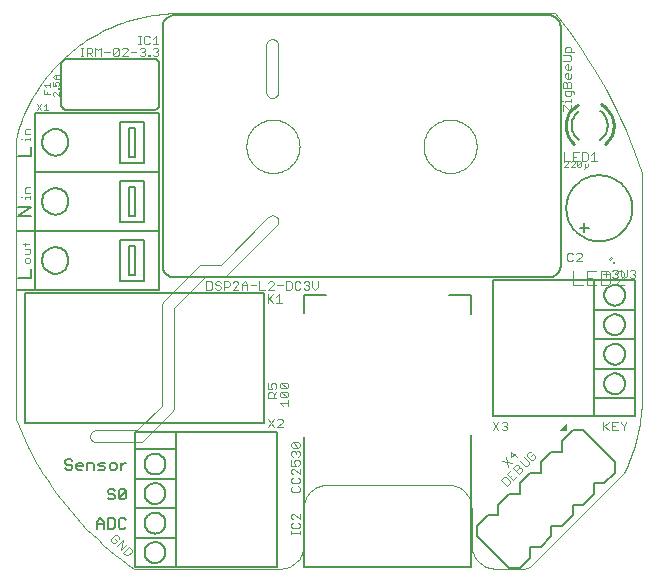
<source format=gto>
G75*
%MOIN*%
%OFA0B0*%
%FSLAX24Y24*%
%IPPOS*%
%LPD*%
%AMOC8*
5,1,8,0,0,1.08239X$1,22.5*
%
%ADD10C,0.0060*%
%ADD11C,0.0040*%
%ADD12C,0.0050*%
%ADD13C,0.0000*%
%ADD14C,0.0030*%
%ADD15C,0.0004*%
%ADD16C,0.0100*%
%ADD17C,0.0025*%
%ADD18C,0.0098*%
D10*
X000267Y009597D02*
X000867Y009597D01*
X000737Y010007D02*
X000737Y010300D01*
X000737Y010007D02*
X000296Y010007D01*
X000267Y011557D02*
X000867Y011557D01*
X000737Y012057D02*
X000296Y012057D01*
X000737Y012350D01*
X000296Y012350D01*
X000296Y014057D02*
X000737Y014057D01*
X000737Y014350D01*
X015602Y001733D02*
X015602Y001380D01*
X016663Y000319D01*
X017016Y000319D01*
X017370Y000673D01*
X017370Y001026D01*
X017724Y001026D01*
X018077Y001380D01*
X018077Y001733D01*
X018431Y001733D01*
X018784Y002087D01*
X018784Y002441D01*
X019138Y002441D01*
X019491Y002794D01*
X019491Y003148D01*
X019845Y003148D01*
X020198Y003501D01*
X020198Y003855D01*
X019138Y004915D01*
X018784Y004915D01*
X018431Y004562D01*
X018431Y004208D01*
X018077Y004208D01*
X017724Y003855D01*
X017724Y003501D01*
X017370Y003501D01*
X017016Y003148D01*
X017016Y002794D01*
X016663Y002794D01*
X016309Y002441D01*
X016309Y002087D01*
X015956Y002087D01*
X015602Y001733D01*
X019172Y011515D02*
X019172Y011665D01*
X019322Y011665D01*
X019172Y011665D02*
X019172Y011815D01*
X019172Y011665D02*
X019022Y011665D01*
X018572Y012315D02*
X018574Y012381D01*
X018580Y012446D01*
X018590Y012511D01*
X018603Y012576D01*
X018621Y012639D01*
X018642Y012702D01*
X018667Y012762D01*
X018696Y012822D01*
X018728Y012879D01*
X018763Y012935D01*
X018802Y012988D01*
X018844Y013039D01*
X018888Y013087D01*
X018936Y013132D01*
X018986Y013175D01*
X019039Y013214D01*
X019094Y013251D01*
X019151Y013284D01*
X019210Y013313D01*
X019270Y013339D01*
X019332Y013361D01*
X019395Y013380D01*
X019459Y013394D01*
X019524Y013405D01*
X019590Y013412D01*
X019656Y013415D01*
X019721Y013414D01*
X019787Y013409D01*
X019852Y013400D01*
X019917Y013387D01*
X019980Y013371D01*
X020043Y013351D01*
X020104Y013326D01*
X020164Y013299D01*
X020222Y013268D01*
X020278Y013233D01*
X020332Y013195D01*
X020383Y013154D01*
X020432Y013110D01*
X020478Y013063D01*
X020522Y013014D01*
X020562Y012962D01*
X020599Y012907D01*
X020633Y012851D01*
X020663Y012792D01*
X020690Y012732D01*
X020713Y012671D01*
X020732Y012608D01*
X020748Y012544D01*
X020760Y012479D01*
X020768Y012414D01*
X020772Y012348D01*
X020772Y012282D01*
X020768Y012216D01*
X020760Y012151D01*
X020748Y012086D01*
X020732Y012022D01*
X020713Y011959D01*
X020690Y011898D01*
X020663Y011838D01*
X020633Y011779D01*
X020599Y011723D01*
X020562Y011668D01*
X020522Y011616D01*
X020478Y011567D01*
X020432Y011520D01*
X020383Y011476D01*
X020332Y011435D01*
X020278Y011397D01*
X020222Y011362D01*
X020164Y011331D01*
X020104Y011304D01*
X020043Y011279D01*
X019980Y011259D01*
X019917Y011243D01*
X019852Y011230D01*
X019787Y011221D01*
X019721Y011216D01*
X019656Y011215D01*
X019590Y011218D01*
X019524Y011225D01*
X019459Y011236D01*
X019395Y011250D01*
X019332Y011269D01*
X019270Y011291D01*
X019210Y011317D01*
X019151Y011346D01*
X019094Y011379D01*
X019039Y011416D01*
X018986Y011455D01*
X018936Y011498D01*
X018888Y011543D01*
X018844Y011591D01*
X018802Y011642D01*
X018763Y011695D01*
X018728Y011751D01*
X018696Y011808D01*
X018667Y011868D01*
X018642Y011928D01*
X018621Y011991D01*
X018603Y012054D01*
X018590Y012119D01*
X018580Y012184D01*
X018574Y012249D01*
X018572Y012315D01*
X018751Y015071D02*
X018753Y015116D01*
X018758Y015162D01*
X018766Y015206D01*
X018778Y015250D01*
X018794Y015293D01*
X018812Y015335D01*
X018834Y015375D01*
X018858Y015413D01*
X018885Y015449D01*
X018915Y015484D01*
X018948Y015515D01*
X018983Y015545D01*
X019951Y015071D02*
X019949Y015024D01*
X019943Y014976D01*
X019934Y014930D01*
X019921Y014884D01*
X019905Y014840D01*
X019884Y014796D01*
X019861Y014755D01*
X019835Y014716D01*
X019805Y014679D01*
X019772Y014644D01*
X019737Y014612D01*
X019700Y014583D01*
X019951Y015071D02*
X019949Y015117D01*
X019944Y015163D01*
X019935Y015209D01*
X019923Y015254D01*
X019907Y015297D01*
X019888Y015339D01*
X019865Y015380D01*
X019840Y015419D01*
X019812Y015455D01*
X019781Y015490D01*
X019747Y015522D01*
X019711Y015551D01*
X018751Y015071D02*
X018753Y015026D01*
X018758Y014980D01*
X018766Y014936D01*
X018778Y014892D01*
X018794Y014849D01*
X018812Y014807D01*
X018834Y014767D01*
X018858Y014729D01*
X018885Y014693D01*
X018915Y014658D01*
X018948Y014627D01*
X018983Y014597D01*
D11*
X018728Y015556D02*
X018728Y015743D01*
X018728Y015851D02*
X018728Y015944D01*
X018728Y015898D02*
X018541Y015898D01*
X018541Y015851D01*
X018448Y015898D02*
X018401Y015898D01*
X018448Y015743D02*
X018494Y015743D01*
X018681Y015556D01*
X018728Y015556D01*
X018448Y015556D02*
X018448Y015743D01*
X018588Y016047D02*
X018681Y016047D01*
X018728Y016094D01*
X018728Y016234D01*
X018775Y016234D02*
X018541Y016234D01*
X018541Y016094D01*
X018588Y016047D01*
X018821Y016141D02*
X018821Y016187D01*
X018775Y016234D01*
X018728Y016342D02*
X018728Y016482D01*
X018681Y016529D01*
X018635Y016529D01*
X018588Y016482D01*
X018588Y016342D01*
X018728Y016342D02*
X018448Y016342D01*
X018448Y016482D01*
X018494Y016529D01*
X018541Y016529D01*
X018588Y016482D01*
X018588Y016637D02*
X018541Y016683D01*
X018541Y016777D01*
X018588Y016823D01*
X018635Y016823D01*
X018635Y016637D01*
X018681Y016637D02*
X018588Y016637D01*
X018681Y016637D02*
X018728Y016683D01*
X018728Y016777D01*
X018681Y016931D02*
X018588Y016931D01*
X018541Y016978D01*
X018541Y017071D01*
X018588Y017118D01*
X018635Y017118D01*
X018635Y016931D01*
X018681Y016931D02*
X018728Y016978D01*
X018728Y017071D01*
X018681Y017226D02*
X018448Y017226D01*
X018448Y017413D02*
X018681Y017413D01*
X018728Y017366D01*
X018728Y017273D01*
X018681Y017226D01*
X018728Y017521D02*
X018728Y017661D01*
X018681Y017707D01*
X018588Y017707D01*
X018541Y017661D01*
X018541Y017521D01*
X018821Y017521D01*
X018740Y010827D02*
X018646Y010827D01*
X018600Y010780D01*
X018600Y010594D01*
X018646Y010547D01*
X018740Y010547D01*
X018787Y010594D01*
X018894Y010547D02*
X019081Y010734D01*
X019081Y010780D01*
X019034Y010827D01*
X018941Y010827D01*
X018894Y010780D01*
X018787Y010780D02*
X018740Y010827D01*
X018894Y010547D02*
X019081Y010547D01*
X019267Y010225D02*
X019267Y009765D01*
X019574Y009765D01*
X019728Y009765D02*
X019958Y009765D01*
X020035Y009842D01*
X020035Y010148D01*
X019958Y010225D01*
X019728Y010225D01*
X019728Y009765D01*
X019899Y010025D02*
X019899Y010212D01*
X019805Y010118D02*
X019992Y010118D01*
X020100Y010025D02*
X020147Y009978D01*
X020240Y009978D01*
X020287Y010025D01*
X020287Y010072D01*
X020240Y010118D01*
X020194Y010118D01*
X020188Y010148D02*
X020265Y010225D01*
X020418Y010225D01*
X020495Y010148D01*
X020495Y010072D01*
X020188Y009765D01*
X020495Y009765D01*
X020488Y009978D02*
X020582Y010072D01*
X020582Y010259D01*
X020689Y010212D02*
X020736Y010259D01*
X020830Y010259D01*
X020876Y010212D01*
X020876Y010165D01*
X020830Y010118D01*
X020876Y010072D01*
X020876Y010025D01*
X020830Y009978D01*
X020736Y009978D01*
X020689Y010025D01*
X020783Y010118D02*
X020830Y010118D01*
X020488Y009978D02*
X020395Y010072D01*
X020395Y010259D01*
X020287Y010212D02*
X020240Y010259D01*
X020147Y010259D01*
X020100Y010212D01*
X020240Y010118D02*
X020287Y010165D01*
X020287Y010212D01*
X019574Y010225D02*
X019267Y010225D01*
X019267Y009995D02*
X019421Y009995D01*
X019114Y009765D02*
X018807Y009765D01*
X018807Y010225D01*
X019798Y005198D02*
X019798Y004918D01*
X019798Y005011D02*
X019985Y005198D01*
X020093Y005198D02*
X020093Y004918D01*
X020280Y004918D01*
X020187Y005058D02*
X020093Y005058D01*
X020093Y005198D02*
X020280Y005198D01*
X020388Y005198D02*
X020388Y005151D01*
X020481Y005058D01*
X020481Y004918D01*
X020481Y005058D02*
X020575Y005151D01*
X020575Y005198D01*
X019985Y004918D02*
X019845Y005058D01*
X017524Y004056D02*
X017458Y004122D01*
X017392Y004056D01*
X017260Y004056D02*
X017392Y003924D01*
X017458Y003924D01*
X017524Y003990D01*
X017524Y004056D01*
X017392Y004188D02*
X017326Y004188D01*
X017260Y004122D01*
X017260Y004056D01*
X017151Y004013D02*
X017316Y003848D01*
X017316Y003782D01*
X017250Y003716D01*
X017184Y003716D01*
X017019Y003881D01*
X016976Y003772D02*
X017009Y003739D01*
X017009Y003672D01*
X016909Y003573D01*
X017009Y003474D02*
X016810Y003672D01*
X016909Y003772D01*
X016976Y003772D01*
X017009Y003672D02*
X017075Y003672D01*
X017108Y003639D01*
X017108Y003573D01*
X017009Y003474D01*
X016932Y003398D02*
X016800Y003266D01*
X016602Y003464D01*
X016734Y003596D01*
X016624Y003703D02*
X016558Y004033D01*
X016733Y004010D02*
X016733Y004208D01*
X016931Y004010D01*
X016865Y004142D02*
X016733Y004010D01*
X016756Y003835D02*
X016426Y003901D01*
X016767Y003431D02*
X016701Y003365D01*
X016691Y003223D02*
X016559Y003355D01*
X016493Y003355D01*
X016394Y003256D01*
X016592Y003058D01*
X016691Y003157D01*
X016691Y003223D01*
X016553Y004911D02*
X016460Y004911D01*
X016413Y004958D01*
X016306Y004911D02*
X016119Y005191D01*
X016306Y005191D02*
X016119Y004911D01*
X016413Y005145D02*
X016460Y005191D01*
X016553Y005191D01*
X016600Y005145D01*
X016600Y005098D01*
X016553Y005051D01*
X016600Y005005D01*
X016600Y004958D01*
X016553Y004911D01*
X016553Y005051D02*
X016507Y005051D01*
X010297Y009700D02*
X010297Y009887D01*
X010110Y009887D02*
X010110Y009700D01*
X010204Y009606D01*
X010297Y009700D01*
X010003Y009700D02*
X010003Y009653D01*
X009956Y009606D01*
X009862Y009606D01*
X009816Y009653D01*
X009708Y009653D02*
X009661Y009606D01*
X009568Y009606D01*
X009521Y009653D01*
X009521Y009840D01*
X009568Y009887D01*
X009661Y009887D01*
X009708Y009840D01*
X009816Y009840D02*
X009862Y009887D01*
X009956Y009887D01*
X010003Y009840D01*
X010003Y009793D01*
X009956Y009747D01*
X010003Y009700D01*
X009956Y009747D02*
X009909Y009747D01*
X009413Y009653D02*
X009413Y009840D01*
X009367Y009887D01*
X009226Y009887D01*
X009226Y009606D01*
X009367Y009606D01*
X009413Y009653D01*
X009119Y009747D02*
X008932Y009747D01*
X008824Y009793D02*
X008824Y009840D01*
X008777Y009887D01*
X008684Y009887D01*
X008637Y009840D01*
X008824Y009793D02*
X008637Y009606D01*
X008824Y009606D01*
X008799Y009455D02*
X008612Y009268D01*
X008658Y009315D02*
X008799Y009175D01*
X008906Y009175D02*
X009093Y009175D01*
X009000Y009175D02*
X009000Y009455D01*
X008906Y009362D01*
X008612Y009455D02*
X008612Y009175D01*
X008529Y009606D02*
X008342Y009606D01*
X008342Y009887D01*
X008235Y009747D02*
X008048Y009747D01*
X007940Y009747D02*
X007753Y009747D01*
X007753Y009793D02*
X007847Y009887D01*
X007940Y009793D01*
X007940Y009606D01*
X007753Y009606D02*
X007753Y009793D01*
X007645Y009793D02*
X007459Y009606D01*
X007645Y009606D01*
X007645Y009793D02*
X007645Y009840D01*
X007599Y009887D01*
X007505Y009887D01*
X007459Y009840D01*
X007351Y009840D02*
X007304Y009887D01*
X007164Y009887D01*
X007164Y009606D01*
X007164Y009700D02*
X007304Y009700D01*
X007351Y009747D01*
X007351Y009840D01*
X007056Y009840D02*
X007009Y009887D01*
X006916Y009887D01*
X006869Y009840D01*
X006869Y009793D01*
X006916Y009747D01*
X007009Y009747D01*
X007056Y009700D01*
X007056Y009653D01*
X007009Y009606D01*
X006916Y009606D01*
X006869Y009653D01*
X006761Y009653D02*
X006761Y009840D01*
X006715Y009887D01*
X006575Y009887D01*
X006575Y009606D01*
X006715Y009606D01*
X006761Y009653D01*
X008629Y006476D02*
X008629Y006289D01*
X008769Y006289D01*
X008722Y006383D01*
X008722Y006429D01*
X008769Y006476D01*
X008862Y006476D01*
X008909Y006429D01*
X008909Y006336D01*
X008862Y006289D01*
X008909Y006181D02*
X008815Y006088D01*
X008815Y006135D02*
X008815Y005994D01*
X008909Y005994D02*
X008629Y005994D01*
X008629Y006135D01*
X008675Y006181D01*
X008769Y006181D01*
X008815Y006135D01*
X009021Y006159D02*
X009021Y006066D01*
X009068Y006019D01*
X009255Y006019D01*
X009068Y006206D01*
X009255Y006206D01*
X009302Y006159D01*
X009302Y006066D01*
X009255Y006019D01*
X009302Y005911D02*
X009302Y005724D01*
X009302Y005818D02*
X009021Y005818D01*
X009115Y005724D01*
X009021Y006159D02*
X009068Y006206D01*
X009068Y006314D02*
X009021Y006360D01*
X009021Y006454D01*
X009068Y006500D01*
X009255Y006314D01*
X009302Y006360D01*
X009302Y006454D01*
X009255Y006500D01*
X009068Y006500D01*
X009068Y006314D02*
X009255Y006314D01*
X009071Y005294D02*
X008978Y005294D01*
X008931Y005247D01*
X008823Y005294D02*
X008637Y005014D01*
X008823Y005014D02*
X008637Y005294D01*
X008931Y005014D02*
X009118Y005201D01*
X009118Y005247D01*
X009071Y005294D01*
X009118Y005014D02*
X008931Y005014D01*
X009454Y004518D02*
X009641Y004331D01*
X009687Y004378D01*
X009687Y004472D01*
X009641Y004518D01*
X009454Y004518D01*
X009407Y004472D01*
X009407Y004378D01*
X009454Y004331D01*
X009641Y004331D01*
X009641Y004224D02*
X009687Y004177D01*
X009687Y004083D01*
X009641Y004037D01*
X009641Y003929D02*
X009547Y003929D01*
X009500Y003882D01*
X009500Y003836D01*
X009547Y003742D01*
X009407Y003742D01*
X009407Y003929D01*
X009454Y004037D02*
X009407Y004083D01*
X009407Y004177D01*
X009454Y004224D01*
X009500Y004224D01*
X009547Y004177D01*
X009594Y004224D01*
X009641Y004224D01*
X009547Y004177D02*
X009547Y004130D01*
X009641Y003929D02*
X009687Y003882D01*
X009687Y003789D01*
X009641Y003742D01*
X009687Y003634D02*
X009687Y003447D01*
X009500Y003634D01*
X009454Y003634D01*
X009407Y003588D01*
X009407Y003494D01*
X009454Y003447D01*
X009454Y003340D02*
X009407Y003293D01*
X009407Y003200D01*
X009454Y003153D01*
X009641Y003153D01*
X009687Y003200D01*
X009687Y003293D01*
X009641Y003340D01*
X009641Y003045D02*
X009687Y002998D01*
X009687Y002905D01*
X009641Y002858D01*
X009454Y002858D01*
X009407Y002905D01*
X009407Y002998D01*
X009454Y003045D01*
X009454Y002131D02*
X009407Y002085D01*
X009407Y001991D01*
X009454Y001945D01*
X009454Y001837D02*
X009407Y001790D01*
X009407Y001697D01*
X009454Y001650D01*
X009641Y001650D01*
X009687Y001697D01*
X009687Y001790D01*
X009641Y001837D01*
X009687Y001945D02*
X009500Y002131D01*
X009454Y002131D01*
X009687Y002131D02*
X009687Y001945D01*
X009687Y001547D02*
X009687Y001453D01*
X009687Y001500D02*
X009407Y001500D01*
X009407Y001453D02*
X009407Y001547D01*
X004089Y000941D02*
X003990Y001040D01*
X003791Y000842D01*
X003890Y000743D01*
X003956Y000743D01*
X004089Y000875D01*
X004089Y000941D01*
X003913Y001117D02*
X003715Y000918D01*
X003781Y001249D01*
X003583Y001050D01*
X003540Y001160D02*
X003606Y001226D01*
X003540Y001292D01*
X003672Y001292D02*
X003672Y001358D01*
X003606Y001424D01*
X003540Y001424D01*
X003408Y001292D01*
X003408Y001226D01*
X003474Y001160D01*
X003540Y001160D01*
X000660Y010484D02*
X000567Y010484D01*
X000520Y010531D01*
X000520Y010624D01*
X000567Y010671D01*
X000660Y010671D01*
X000707Y010624D01*
X000707Y010531D01*
X000660Y010484D01*
X000660Y010779D02*
X000520Y010779D01*
X000660Y010779D02*
X000707Y010826D01*
X000707Y010966D01*
X000520Y010966D01*
X000520Y011074D02*
X000520Y011167D01*
X000473Y011120D02*
X000660Y011120D01*
X000707Y011167D01*
X000707Y012632D02*
X000707Y012725D01*
X000707Y012678D02*
X000520Y012678D01*
X000520Y012632D01*
X000426Y012678D02*
X000380Y012678D01*
X000520Y012828D02*
X000520Y012968D01*
X000567Y013015D01*
X000707Y013015D01*
X000707Y012828D02*
X000520Y012828D01*
X000520Y014582D02*
X000520Y014628D01*
X000707Y014628D01*
X000707Y014582D02*
X000707Y014675D01*
X000707Y014778D02*
X000520Y014778D01*
X000520Y014918D01*
X000567Y014965D01*
X000707Y014965D01*
X000426Y014628D02*
X000380Y014628D01*
X002384Y017389D02*
X002477Y017389D01*
X002430Y017389D02*
X002430Y017669D01*
X002384Y017669D02*
X002477Y017669D01*
X002580Y017669D02*
X002720Y017669D01*
X002767Y017622D01*
X002767Y017529D01*
X002720Y017482D01*
X002580Y017482D01*
X002580Y017389D02*
X002580Y017669D01*
X002674Y017482D02*
X002767Y017389D01*
X002875Y017389D02*
X002875Y017669D01*
X002968Y017576D01*
X003062Y017669D01*
X003062Y017389D01*
X003169Y017529D02*
X003356Y017529D01*
X003464Y017436D02*
X003651Y017622D01*
X003651Y017436D01*
X003604Y017389D01*
X003511Y017389D01*
X003464Y017436D01*
X003464Y017622D01*
X003511Y017669D01*
X003604Y017669D01*
X003651Y017622D01*
X003759Y017622D02*
X003805Y017669D01*
X003899Y017669D01*
X003946Y017622D01*
X003946Y017576D01*
X003759Y017389D01*
X003946Y017389D01*
X004053Y017529D02*
X004240Y017529D01*
X004348Y017436D02*
X004395Y017389D01*
X004488Y017389D01*
X004535Y017436D01*
X004535Y017482D01*
X004488Y017529D01*
X004441Y017529D01*
X004488Y017529D02*
X004535Y017576D01*
X004535Y017622D01*
X004488Y017669D01*
X004395Y017669D01*
X004348Y017622D01*
X004346Y017783D02*
X004346Y018063D01*
X004392Y018063D02*
X004299Y018063D01*
X004495Y018016D02*
X004495Y017829D01*
X004542Y017783D01*
X004636Y017783D01*
X004682Y017829D01*
X004790Y017783D02*
X004977Y017783D01*
X004883Y017783D02*
X004883Y018063D01*
X004790Y017969D01*
X004682Y018016D02*
X004636Y018063D01*
X004542Y018063D01*
X004495Y018016D01*
X004392Y017783D02*
X004299Y017783D01*
X004643Y017436D02*
X004689Y017436D01*
X004689Y017389D01*
X004643Y017389D01*
X004643Y017436D01*
X004790Y017436D02*
X004837Y017389D01*
X004930Y017389D01*
X004977Y017436D01*
X004977Y017482D01*
X004930Y017529D01*
X004883Y017529D01*
X004930Y017529D02*
X004977Y017576D01*
X004977Y017622D01*
X004930Y017669D01*
X004837Y017669D01*
X004790Y017622D01*
D12*
X002916Y001862D02*
X002916Y001628D01*
X002916Y001803D02*
X003150Y001803D01*
X003150Y001862D02*
X003150Y001628D01*
X003285Y001628D02*
X003460Y001628D01*
X003518Y001687D01*
X003518Y001920D01*
X003460Y001978D01*
X003285Y001978D01*
X003285Y001628D01*
X003150Y001862D02*
X003033Y001978D01*
X002916Y001862D01*
X003653Y001920D02*
X003653Y001687D01*
X003711Y001628D01*
X003828Y001628D01*
X003886Y001687D01*
X004193Y001331D02*
X005551Y001331D01*
X005551Y000346D01*
X008917Y000346D01*
X008917Y001331D01*
X008917Y002315D01*
X008917Y003299D01*
X008917Y004283D01*
X008917Y004874D01*
X005551Y004874D01*
X005551Y004283D01*
X004193Y004283D01*
X004193Y003299D01*
X005551Y003299D01*
X005551Y002315D01*
X004193Y002315D01*
X004193Y001331D01*
X004193Y000346D01*
X005551Y000346D01*
X004514Y000839D02*
X004516Y000876D01*
X004522Y000913D01*
X004532Y000948D01*
X004545Y000983D01*
X004562Y001016D01*
X004583Y001047D01*
X004606Y001075D01*
X004633Y001101D01*
X004662Y001124D01*
X004693Y001143D01*
X004727Y001160D01*
X004762Y001172D01*
X004798Y001181D01*
X004834Y001186D01*
X004871Y001187D01*
X004908Y001184D01*
X004945Y001177D01*
X004980Y001166D01*
X005014Y001152D01*
X005047Y001134D01*
X005077Y001113D01*
X005105Y001088D01*
X005130Y001061D01*
X005152Y001031D01*
X005171Y000999D01*
X005186Y000966D01*
X005198Y000931D01*
X005206Y000894D01*
X005210Y000858D01*
X005210Y000820D01*
X005206Y000784D01*
X005198Y000747D01*
X005186Y000712D01*
X005171Y000679D01*
X005152Y000647D01*
X005130Y000617D01*
X005105Y000590D01*
X005077Y000565D01*
X005047Y000544D01*
X005014Y000526D01*
X004980Y000512D01*
X004945Y000501D01*
X004908Y000494D01*
X004871Y000491D01*
X004834Y000492D01*
X004798Y000497D01*
X004762Y000506D01*
X004727Y000518D01*
X004693Y000535D01*
X004662Y000554D01*
X004633Y000577D01*
X004606Y000603D01*
X004583Y000631D01*
X004562Y000662D01*
X004545Y000695D01*
X004532Y000730D01*
X004522Y000765D01*
X004516Y000802D01*
X004514Y000839D01*
X004514Y001823D02*
X004516Y001860D01*
X004522Y001897D01*
X004532Y001932D01*
X004545Y001967D01*
X004562Y002000D01*
X004583Y002031D01*
X004606Y002059D01*
X004633Y002085D01*
X004662Y002108D01*
X004693Y002127D01*
X004727Y002144D01*
X004762Y002156D01*
X004798Y002165D01*
X004834Y002170D01*
X004871Y002171D01*
X004908Y002168D01*
X004945Y002161D01*
X004980Y002150D01*
X005014Y002136D01*
X005047Y002118D01*
X005077Y002097D01*
X005105Y002072D01*
X005130Y002045D01*
X005152Y002015D01*
X005171Y001983D01*
X005186Y001950D01*
X005198Y001915D01*
X005206Y001878D01*
X005210Y001842D01*
X005210Y001804D01*
X005206Y001768D01*
X005198Y001731D01*
X005186Y001696D01*
X005171Y001663D01*
X005152Y001631D01*
X005130Y001601D01*
X005105Y001574D01*
X005077Y001549D01*
X005047Y001528D01*
X005014Y001510D01*
X004980Y001496D01*
X004945Y001485D01*
X004908Y001478D01*
X004871Y001475D01*
X004834Y001476D01*
X004798Y001481D01*
X004762Y001490D01*
X004727Y001502D01*
X004693Y001519D01*
X004662Y001538D01*
X004633Y001561D01*
X004606Y001587D01*
X004583Y001615D01*
X004562Y001646D01*
X004545Y001679D01*
X004532Y001714D01*
X004522Y001749D01*
X004516Y001786D01*
X004514Y001823D01*
X004193Y002315D02*
X004193Y003299D01*
X003828Y002963D02*
X003886Y002904D01*
X003653Y002671D01*
X003711Y002612D01*
X003828Y002612D01*
X003886Y002671D01*
X003886Y002904D01*
X003828Y002963D02*
X003711Y002963D01*
X003653Y002904D01*
X003653Y002671D01*
X003518Y002671D02*
X003460Y002612D01*
X003343Y002612D01*
X003285Y002671D01*
X003343Y002788D02*
X003460Y002788D01*
X003518Y002729D01*
X003518Y002671D01*
X003343Y002788D02*
X003285Y002846D01*
X003285Y002904D01*
X003343Y002963D01*
X003460Y002963D01*
X003518Y002904D01*
X003521Y003597D02*
X003404Y003597D01*
X003346Y003655D01*
X003346Y003772D01*
X003404Y003830D01*
X003521Y003830D01*
X003579Y003772D01*
X003579Y003655D01*
X003521Y003597D01*
X003714Y003597D02*
X003714Y003830D01*
X003714Y003713D02*
X003831Y003830D01*
X003889Y003830D01*
X004193Y004283D02*
X004193Y004874D01*
X005551Y004874D01*
X005551Y004283D02*
X005551Y003299D01*
X004514Y002807D02*
X004516Y002844D01*
X004522Y002881D01*
X004532Y002916D01*
X004545Y002951D01*
X004562Y002984D01*
X004583Y003015D01*
X004606Y003043D01*
X004633Y003069D01*
X004662Y003092D01*
X004693Y003111D01*
X004727Y003128D01*
X004762Y003140D01*
X004798Y003149D01*
X004834Y003154D01*
X004871Y003155D01*
X004908Y003152D01*
X004945Y003145D01*
X004980Y003134D01*
X005014Y003120D01*
X005047Y003102D01*
X005077Y003081D01*
X005105Y003056D01*
X005130Y003029D01*
X005152Y002999D01*
X005171Y002967D01*
X005186Y002934D01*
X005198Y002899D01*
X005206Y002862D01*
X005210Y002826D01*
X005210Y002788D01*
X005206Y002752D01*
X005198Y002715D01*
X005186Y002680D01*
X005171Y002647D01*
X005152Y002615D01*
X005130Y002585D01*
X005105Y002558D01*
X005077Y002533D01*
X005047Y002512D01*
X005014Y002494D01*
X004980Y002480D01*
X004945Y002469D01*
X004908Y002462D01*
X004871Y002459D01*
X004834Y002460D01*
X004798Y002465D01*
X004762Y002474D01*
X004727Y002486D01*
X004693Y002503D01*
X004662Y002522D01*
X004633Y002545D01*
X004606Y002571D01*
X004583Y002599D01*
X004562Y002630D01*
X004545Y002663D01*
X004532Y002698D01*
X004522Y002733D01*
X004516Y002770D01*
X004514Y002807D01*
X003828Y001978D02*
X003711Y001978D01*
X003653Y001920D01*
X003828Y001978D02*
X003886Y001920D01*
X005551Y002315D02*
X005551Y001331D01*
X004514Y003791D02*
X004516Y003828D01*
X004522Y003865D01*
X004532Y003900D01*
X004545Y003935D01*
X004562Y003968D01*
X004583Y003999D01*
X004606Y004027D01*
X004633Y004053D01*
X004662Y004076D01*
X004693Y004095D01*
X004727Y004112D01*
X004762Y004124D01*
X004798Y004133D01*
X004834Y004138D01*
X004871Y004139D01*
X004908Y004136D01*
X004945Y004129D01*
X004980Y004118D01*
X005014Y004104D01*
X005047Y004086D01*
X005077Y004065D01*
X005105Y004040D01*
X005130Y004013D01*
X005152Y003983D01*
X005171Y003951D01*
X005186Y003918D01*
X005198Y003883D01*
X005206Y003846D01*
X005210Y003810D01*
X005210Y003772D01*
X005206Y003736D01*
X005198Y003699D01*
X005186Y003664D01*
X005171Y003631D01*
X005152Y003599D01*
X005130Y003569D01*
X005105Y003542D01*
X005077Y003517D01*
X005047Y003496D01*
X005014Y003478D01*
X004980Y003464D01*
X004945Y003453D01*
X004908Y003446D01*
X004871Y003443D01*
X004834Y003444D01*
X004798Y003449D01*
X004762Y003458D01*
X004727Y003470D01*
X004693Y003487D01*
X004662Y003506D01*
X004633Y003529D01*
X004606Y003555D01*
X004583Y003583D01*
X004562Y003614D01*
X004545Y003647D01*
X004532Y003682D01*
X004522Y003717D01*
X004516Y003754D01*
X004514Y003791D01*
X003211Y003830D02*
X003036Y003830D01*
X002978Y003772D01*
X003036Y003713D01*
X003153Y003713D01*
X003211Y003655D01*
X003153Y003597D01*
X002978Y003597D01*
X002843Y003597D02*
X002843Y003772D01*
X002784Y003830D01*
X002609Y003830D01*
X002609Y003597D01*
X002475Y003713D02*
X002241Y003713D01*
X002241Y003655D02*
X002241Y003772D01*
X002299Y003830D01*
X002416Y003830D01*
X002475Y003772D01*
X002475Y003713D01*
X002416Y003597D02*
X002299Y003597D01*
X002241Y003655D01*
X002106Y003655D02*
X002048Y003597D01*
X001931Y003597D01*
X001873Y003655D01*
X001931Y003772D02*
X001873Y003830D01*
X001873Y003889D01*
X001931Y003947D01*
X002048Y003947D01*
X002106Y003889D01*
X002048Y003772D02*
X002106Y003713D01*
X002106Y003655D01*
X002048Y003772D02*
X001931Y003772D01*
X000532Y005165D02*
X000532Y009495D01*
X008484Y009495D01*
X008484Y005165D01*
X000532Y005165D01*
X000866Y009594D02*
X005000Y009594D01*
X005000Y011562D01*
X000866Y011562D01*
X000866Y013531D01*
X005000Y013531D01*
X005000Y011562D01*
X004488Y011267D02*
X003701Y011267D01*
X003701Y009889D01*
X004488Y009889D01*
X004488Y011267D01*
X004193Y011070D02*
X004193Y010086D01*
X003996Y010086D01*
X003996Y011070D01*
X004193Y011070D01*
X004488Y011857D02*
X003701Y011857D01*
X003701Y013235D01*
X004488Y013235D01*
X004488Y011857D01*
X004193Y012054D02*
X004193Y013039D01*
X003996Y013039D01*
X003996Y012054D01*
X004193Y012054D01*
X005000Y013531D02*
X005000Y015499D01*
X000866Y015499D01*
X000866Y013531D01*
X001096Y014515D02*
X001098Y014557D01*
X001104Y014598D01*
X001114Y014639D01*
X001128Y014679D01*
X001145Y014717D01*
X001166Y014753D01*
X001190Y014787D01*
X001218Y014819D01*
X001248Y014848D01*
X001281Y014873D01*
X001316Y014896D01*
X001353Y014915D01*
X001392Y014931D01*
X001432Y014943D01*
X001473Y014951D01*
X001515Y014955D01*
X001557Y014955D01*
X001599Y014951D01*
X001640Y014943D01*
X001680Y014931D01*
X001719Y014915D01*
X001756Y014896D01*
X001791Y014873D01*
X001824Y014848D01*
X001854Y014819D01*
X001882Y014787D01*
X001906Y014753D01*
X001927Y014717D01*
X001944Y014679D01*
X001958Y014639D01*
X001968Y014598D01*
X001974Y014557D01*
X001976Y014515D01*
X001974Y014473D01*
X001968Y014432D01*
X001958Y014391D01*
X001944Y014351D01*
X001927Y014313D01*
X001906Y014277D01*
X001882Y014243D01*
X001854Y014211D01*
X001824Y014182D01*
X001791Y014157D01*
X001756Y014134D01*
X001719Y014115D01*
X001680Y014099D01*
X001640Y014087D01*
X001599Y014079D01*
X001557Y014075D01*
X001515Y014075D01*
X001473Y014079D01*
X001432Y014087D01*
X001392Y014099D01*
X001353Y014115D01*
X001316Y014134D01*
X001281Y014157D01*
X001248Y014182D01*
X001218Y014211D01*
X001190Y014243D01*
X001166Y014277D01*
X001145Y014313D01*
X001128Y014351D01*
X001114Y014391D01*
X001104Y014432D01*
X001098Y014473D01*
X001096Y014515D01*
X001920Y015601D02*
X004813Y015601D01*
X004839Y015603D01*
X004864Y015608D01*
X004888Y015616D01*
X004912Y015627D01*
X004933Y015642D01*
X004952Y015659D01*
X004969Y015678D01*
X004984Y015700D01*
X004995Y015723D01*
X005003Y015747D01*
X005008Y015772D01*
X005010Y015798D01*
X005010Y017097D01*
X005008Y017123D01*
X005003Y017148D01*
X004995Y017172D01*
X004984Y017196D01*
X004969Y017217D01*
X004952Y017236D01*
X004933Y017253D01*
X004912Y017268D01*
X004888Y017279D01*
X004864Y017287D01*
X004839Y017292D01*
X004813Y017294D01*
X001920Y017294D01*
X001894Y017292D01*
X001869Y017287D01*
X001845Y017279D01*
X001822Y017268D01*
X001800Y017253D01*
X001781Y017236D01*
X001764Y017217D01*
X001749Y017196D01*
X001738Y017172D01*
X001730Y017148D01*
X001725Y017123D01*
X001723Y017097D01*
X001723Y015798D01*
X001725Y015772D01*
X001730Y015747D01*
X001738Y015723D01*
X001749Y015700D01*
X001764Y015678D01*
X001781Y015659D01*
X001800Y015642D01*
X001821Y015627D01*
X001845Y015616D01*
X001869Y015608D01*
X001894Y015603D01*
X001920Y015601D01*
X003701Y015204D02*
X004488Y015204D01*
X004488Y013826D01*
X003701Y013826D01*
X003701Y015204D01*
X003996Y015007D02*
X003996Y014023D01*
X004193Y014023D01*
X004193Y015007D01*
X003996Y015007D01*
X001096Y012546D02*
X001098Y012588D01*
X001104Y012629D01*
X001114Y012670D01*
X001128Y012710D01*
X001145Y012748D01*
X001166Y012784D01*
X001190Y012818D01*
X001218Y012850D01*
X001248Y012879D01*
X001281Y012904D01*
X001316Y012927D01*
X001353Y012946D01*
X001392Y012962D01*
X001432Y012974D01*
X001473Y012982D01*
X001515Y012986D01*
X001557Y012986D01*
X001599Y012982D01*
X001640Y012974D01*
X001680Y012962D01*
X001719Y012946D01*
X001756Y012927D01*
X001791Y012904D01*
X001824Y012879D01*
X001854Y012850D01*
X001882Y012818D01*
X001906Y012784D01*
X001927Y012748D01*
X001944Y012710D01*
X001958Y012670D01*
X001968Y012629D01*
X001974Y012588D01*
X001976Y012546D01*
X001974Y012504D01*
X001968Y012463D01*
X001958Y012422D01*
X001944Y012382D01*
X001927Y012344D01*
X001906Y012308D01*
X001882Y012274D01*
X001854Y012242D01*
X001824Y012213D01*
X001791Y012188D01*
X001756Y012165D01*
X001719Y012146D01*
X001680Y012130D01*
X001640Y012118D01*
X001599Y012110D01*
X001557Y012106D01*
X001515Y012106D01*
X001473Y012110D01*
X001432Y012118D01*
X001392Y012130D01*
X001353Y012146D01*
X001316Y012165D01*
X001281Y012188D01*
X001248Y012213D01*
X001218Y012242D01*
X001190Y012274D01*
X001166Y012308D01*
X001145Y012344D01*
X001128Y012382D01*
X001114Y012422D01*
X001104Y012463D01*
X001098Y012504D01*
X001096Y012546D01*
X000866Y011562D02*
X000866Y009594D01*
X001096Y010578D02*
X001098Y010620D01*
X001104Y010661D01*
X001114Y010702D01*
X001128Y010742D01*
X001145Y010780D01*
X001166Y010816D01*
X001190Y010850D01*
X001218Y010882D01*
X001248Y010911D01*
X001281Y010936D01*
X001316Y010959D01*
X001353Y010978D01*
X001392Y010994D01*
X001432Y011006D01*
X001473Y011014D01*
X001515Y011018D01*
X001557Y011018D01*
X001599Y011014D01*
X001640Y011006D01*
X001680Y010994D01*
X001719Y010978D01*
X001756Y010959D01*
X001791Y010936D01*
X001824Y010911D01*
X001854Y010882D01*
X001882Y010850D01*
X001906Y010816D01*
X001927Y010780D01*
X001944Y010742D01*
X001958Y010702D01*
X001968Y010661D01*
X001974Y010620D01*
X001976Y010578D01*
X001974Y010536D01*
X001968Y010495D01*
X001958Y010454D01*
X001944Y010414D01*
X001927Y010376D01*
X001906Y010340D01*
X001882Y010306D01*
X001854Y010274D01*
X001824Y010245D01*
X001791Y010220D01*
X001756Y010197D01*
X001719Y010178D01*
X001680Y010162D01*
X001640Y010150D01*
X001599Y010142D01*
X001557Y010138D01*
X001515Y010138D01*
X001473Y010142D01*
X001432Y010150D01*
X001392Y010162D01*
X001353Y010178D01*
X001316Y010197D01*
X001281Y010220D01*
X001248Y010245D01*
X001218Y010274D01*
X001190Y010306D01*
X001166Y010340D01*
X001145Y010376D01*
X001128Y010414D01*
X001114Y010454D01*
X001104Y010495D01*
X001098Y010536D01*
X001096Y010578D01*
X005113Y010405D02*
X005113Y018358D01*
X005112Y018358D02*
X005114Y018397D01*
X005120Y018435D01*
X005129Y018472D01*
X005142Y018509D01*
X005159Y018544D01*
X005178Y018577D01*
X005201Y018608D01*
X005227Y018637D01*
X005256Y018663D01*
X005287Y018686D01*
X005320Y018705D01*
X005355Y018722D01*
X005392Y018735D01*
X005429Y018744D01*
X005467Y018750D01*
X005506Y018752D01*
X017987Y018752D01*
X018026Y018750D01*
X018064Y018744D01*
X018101Y018735D01*
X018138Y018722D01*
X018173Y018705D01*
X018206Y018686D01*
X018237Y018663D01*
X018266Y018637D01*
X018292Y018608D01*
X018315Y018577D01*
X018334Y018544D01*
X018351Y018509D01*
X018364Y018472D01*
X018373Y018435D01*
X018379Y018397D01*
X018381Y018358D01*
X018380Y018358D02*
X018380Y010405D01*
X018381Y010405D02*
X018379Y010366D01*
X018373Y010328D01*
X018364Y010291D01*
X018351Y010254D01*
X018334Y010219D01*
X018315Y010186D01*
X018292Y010155D01*
X018266Y010126D01*
X018237Y010100D01*
X018206Y010077D01*
X018173Y010058D01*
X018138Y010041D01*
X018101Y010028D01*
X018064Y010019D01*
X018026Y010013D01*
X017987Y010011D01*
X017987Y010012D02*
X005506Y010012D01*
X005506Y010011D02*
X005467Y010013D01*
X005429Y010019D01*
X005392Y010028D01*
X005355Y010041D01*
X005320Y010058D01*
X005287Y010077D01*
X005256Y010100D01*
X005227Y010126D01*
X005201Y010155D01*
X005178Y010186D01*
X005159Y010219D01*
X005142Y010254D01*
X005129Y010291D01*
X005120Y010328D01*
X005114Y010366D01*
X005112Y010405D01*
X009837Y009429D02*
X009837Y008839D01*
X009837Y009429D02*
X010557Y009429D01*
X014652Y009429D02*
X015400Y009429D01*
X015400Y008799D01*
X016127Y008929D02*
X016127Y007945D01*
X016127Y006961D01*
X016127Y005976D01*
X016127Y005386D01*
X019493Y005386D01*
X019493Y005976D01*
X020851Y005976D01*
X020851Y006961D01*
X019493Y006961D01*
X019493Y007945D01*
X020851Y007945D01*
X020851Y008929D01*
X019493Y008929D01*
X019493Y009913D01*
X016127Y009913D01*
X016127Y008929D01*
X019493Y008929D02*
X019493Y007945D01*
X019834Y008437D02*
X019836Y008474D01*
X019842Y008511D01*
X019852Y008546D01*
X019865Y008581D01*
X019882Y008614D01*
X019903Y008645D01*
X019926Y008673D01*
X019953Y008699D01*
X019982Y008722D01*
X020013Y008741D01*
X020047Y008758D01*
X020082Y008770D01*
X020118Y008779D01*
X020154Y008784D01*
X020191Y008785D01*
X020228Y008782D01*
X020265Y008775D01*
X020300Y008764D01*
X020334Y008750D01*
X020367Y008732D01*
X020397Y008711D01*
X020425Y008686D01*
X020450Y008659D01*
X020472Y008629D01*
X020491Y008597D01*
X020506Y008564D01*
X020518Y008529D01*
X020526Y008492D01*
X020530Y008456D01*
X020530Y008418D01*
X020526Y008382D01*
X020518Y008345D01*
X020506Y008310D01*
X020491Y008277D01*
X020472Y008245D01*
X020450Y008215D01*
X020425Y008188D01*
X020397Y008163D01*
X020367Y008142D01*
X020334Y008124D01*
X020300Y008110D01*
X020265Y008099D01*
X020228Y008092D01*
X020191Y008089D01*
X020154Y008090D01*
X020118Y008095D01*
X020082Y008104D01*
X020047Y008116D01*
X020013Y008133D01*
X019982Y008152D01*
X019953Y008175D01*
X019926Y008201D01*
X019903Y008229D01*
X019882Y008260D01*
X019865Y008293D01*
X019852Y008328D01*
X019842Y008363D01*
X019836Y008400D01*
X019834Y008437D01*
X020851Y008929D02*
X020851Y009913D01*
X019493Y009913D01*
X019834Y009421D02*
X019836Y009458D01*
X019842Y009495D01*
X019852Y009530D01*
X019865Y009565D01*
X019882Y009598D01*
X019903Y009629D01*
X019926Y009657D01*
X019953Y009683D01*
X019982Y009706D01*
X020013Y009725D01*
X020047Y009742D01*
X020082Y009754D01*
X020118Y009763D01*
X020154Y009768D01*
X020191Y009769D01*
X020228Y009766D01*
X020265Y009759D01*
X020300Y009748D01*
X020334Y009734D01*
X020367Y009716D01*
X020397Y009695D01*
X020425Y009670D01*
X020450Y009643D01*
X020472Y009613D01*
X020491Y009581D01*
X020506Y009548D01*
X020518Y009513D01*
X020526Y009476D01*
X020530Y009440D01*
X020530Y009402D01*
X020526Y009366D01*
X020518Y009329D01*
X020506Y009294D01*
X020491Y009261D01*
X020472Y009229D01*
X020450Y009199D01*
X020425Y009172D01*
X020397Y009147D01*
X020367Y009126D01*
X020334Y009108D01*
X020300Y009094D01*
X020265Y009083D01*
X020228Y009076D01*
X020191Y009073D01*
X020154Y009074D01*
X020118Y009079D01*
X020082Y009088D01*
X020047Y009100D01*
X020013Y009117D01*
X019982Y009136D01*
X019953Y009159D01*
X019926Y009185D01*
X019903Y009213D01*
X019882Y009244D01*
X019865Y009277D01*
X019852Y009312D01*
X019842Y009347D01*
X019836Y009384D01*
X019834Y009421D01*
X020851Y007945D02*
X020851Y006961D01*
X019834Y007453D02*
X019836Y007490D01*
X019842Y007527D01*
X019852Y007562D01*
X019865Y007597D01*
X019882Y007630D01*
X019903Y007661D01*
X019926Y007689D01*
X019953Y007715D01*
X019982Y007738D01*
X020013Y007757D01*
X020047Y007774D01*
X020082Y007786D01*
X020118Y007795D01*
X020154Y007800D01*
X020191Y007801D01*
X020228Y007798D01*
X020265Y007791D01*
X020300Y007780D01*
X020334Y007766D01*
X020367Y007748D01*
X020397Y007727D01*
X020425Y007702D01*
X020450Y007675D01*
X020472Y007645D01*
X020491Y007613D01*
X020506Y007580D01*
X020518Y007545D01*
X020526Y007508D01*
X020530Y007472D01*
X020530Y007434D01*
X020526Y007398D01*
X020518Y007361D01*
X020506Y007326D01*
X020491Y007293D01*
X020472Y007261D01*
X020450Y007231D01*
X020425Y007204D01*
X020397Y007179D01*
X020367Y007158D01*
X020334Y007140D01*
X020300Y007126D01*
X020265Y007115D01*
X020228Y007108D01*
X020191Y007105D01*
X020154Y007106D01*
X020118Y007111D01*
X020082Y007120D01*
X020047Y007132D01*
X020013Y007149D01*
X019982Y007168D01*
X019953Y007191D01*
X019926Y007217D01*
X019903Y007245D01*
X019882Y007276D01*
X019865Y007309D01*
X019852Y007344D01*
X019842Y007379D01*
X019836Y007416D01*
X019834Y007453D01*
X019493Y006961D02*
X019493Y005976D01*
X019493Y005386D02*
X020851Y005386D01*
X020851Y005976D01*
X019834Y006468D02*
X019836Y006505D01*
X019842Y006542D01*
X019852Y006577D01*
X019865Y006612D01*
X019882Y006645D01*
X019903Y006676D01*
X019926Y006704D01*
X019953Y006730D01*
X019982Y006753D01*
X020013Y006772D01*
X020047Y006789D01*
X020082Y006801D01*
X020118Y006810D01*
X020154Y006815D01*
X020191Y006816D01*
X020228Y006813D01*
X020265Y006806D01*
X020300Y006795D01*
X020334Y006781D01*
X020367Y006763D01*
X020397Y006742D01*
X020425Y006717D01*
X020450Y006690D01*
X020472Y006660D01*
X020491Y006628D01*
X020506Y006595D01*
X020518Y006560D01*
X020526Y006523D01*
X020530Y006487D01*
X020530Y006449D01*
X020526Y006413D01*
X020518Y006376D01*
X020506Y006341D01*
X020491Y006308D01*
X020472Y006276D01*
X020450Y006246D01*
X020425Y006219D01*
X020397Y006194D01*
X020367Y006173D01*
X020334Y006155D01*
X020300Y006141D01*
X020265Y006130D01*
X020228Y006123D01*
X020191Y006120D01*
X020154Y006121D01*
X020118Y006126D01*
X020082Y006135D01*
X020047Y006147D01*
X020013Y006164D01*
X019982Y006183D01*
X019953Y006206D01*
X019926Y006232D01*
X019903Y006260D01*
X019882Y006291D01*
X019865Y006324D01*
X019852Y006359D01*
X019842Y006394D01*
X019836Y006431D01*
X019834Y006468D01*
X015400Y004744D02*
X015400Y000374D01*
X009837Y000374D01*
X009837Y004705D01*
D13*
X010610Y003104D02*
X014626Y003104D01*
X014626Y003103D02*
X014680Y003101D01*
X014733Y003096D01*
X014786Y003087D01*
X014838Y003074D01*
X014890Y003058D01*
X014940Y003038D01*
X014988Y003015D01*
X015035Y002988D01*
X015080Y002959D01*
X015123Y002926D01*
X015163Y002891D01*
X015201Y002853D01*
X015236Y002813D01*
X015269Y002770D01*
X015298Y002725D01*
X015325Y002678D01*
X015348Y002630D01*
X015368Y002580D01*
X015384Y002528D01*
X015397Y002476D01*
X015406Y002423D01*
X015411Y002370D01*
X015413Y002316D01*
X015414Y002316D02*
X015414Y001094D01*
X015416Y001040D01*
X015421Y000987D01*
X015430Y000934D01*
X015443Y000882D01*
X015459Y000830D01*
X015479Y000780D01*
X015502Y000732D01*
X015529Y000685D01*
X015558Y000640D01*
X015591Y000597D01*
X015626Y000557D01*
X015664Y000519D01*
X015704Y000484D01*
X015747Y000451D01*
X015792Y000422D01*
X015839Y000395D01*
X015887Y000372D01*
X015937Y000352D01*
X015989Y000336D01*
X016041Y000323D01*
X016094Y000314D01*
X016147Y000309D01*
X016201Y000307D01*
X017140Y000307D01*
X017419Y000422D02*
X020492Y003496D01*
X021083Y005701D02*
X021083Y013496D01*
X018189Y018811D02*
X005374Y018811D01*
X008573Y017759D02*
X008573Y016184D01*
X008572Y016184D02*
X008574Y016158D01*
X008579Y016133D01*
X008587Y016109D01*
X008598Y016085D01*
X008613Y016064D01*
X008630Y016045D01*
X008649Y016028D01*
X008671Y016013D01*
X008694Y016002D01*
X008718Y015994D01*
X008743Y015989D01*
X008769Y015987D01*
X008795Y015989D01*
X008820Y015994D01*
X008844Y016002D01*
X008868Y016013D01*
X008889Y016028D01*
X008908Y016045D01*
X008925Y016064D01*
X008940Y016086D01*
X008951Y016109D01*
X008959Y016133D01*
X008964Y016158D01*
X008966Y016184D01*
X008966Y017759D01*
X008769Y017956D02*
X008743Y017954D01*
X008718Y017949D01*
X008694Y017941D01*
X008671Y017930D01*
X008649Y017915D01*
X008630Y017898D01*
X008613Y017879D01*
X008598Y017858D01*
X008587Y017834D01*
X008579Y017810D01*
X008574Y017785D01*
X008572Y017759D01*
X008769Y017956D02*
X008795Y017954D01*
X008820Y017949D01*
X008844Y017941D01*
X008868Y017930D01*
X008889Y017915D01*
X008908Y017898D01*
X008925Y017879D01*
X008940Y017857D01*
X008951Y017834D01*
X008959Y017810D01*
X008964Y017785D01*
X008966Y017759D01*
X007908Y014382D02*
X007910Y014441D01*
X007916Y014500D01*
X007926Y014558D01*
X007939Y014616D01*
X007957Y014673D01*
X007978Y014728D01*
X008003Y014782D01*
X008032Y014834D01*
X008064Y014883D01*
X008099Y014931D01*
X008137Y014976D01*
X008178Y015019D01*
X008222Y015059D01*
X008268Y015095D01*
X008317Y015129D01*
X008368Y015159D01*
X008421Y015186D01*
X008476Y015209D01*
X008531Y015228D01*
X008589Y015244D01*
X008647Y015256D01*
X008705Y015264D01*
X008764Y015268D01*
X008824Y015268D01*
X008883Y015264D01*
X008941Y015256D01*
X008999Y015244D01*
X009057Y015228D01*
X009112Y015209D01*
X009167Y015186D01*
X009220Y015159D01*
X009271Y015129D01*
X009320Y015095D01*
X009366Y015059D01*
X009410Y015019D01*
X009451Y014976D01*
X009489Y014931D01*
X009524Y014883D01*
X009556Y014834D01*
X009585Y014782D01*
X009610Y014728D01*
X009631Y014673D01*
X009649Y014616D01*
X009662Y014558D01*
X009672Y014500D01*
X009678Y014441D01*
X009680Y014382D01*
X009678Y014323D01*
X009672Y014264D01*
X009662Y014206D01*
X009649Y014148D01*
X009631Y014091D01*
X009610Y014036D01*
X009585Y013982D01*
X009556Y013930D01*
X009524Y013881D01*
X009489Y013833D01*
X009451Y013788D01*
X009410Y013745D01*
X009366Y013705D01*
X009320Y013669D01*
X009271Y013635D01*
X009220Y013605D01*
X009167Y013578D01*
X009112Y013555D01*
X009057Y013536D01*
X008999Y013520D01*
X008941Y013508D01*
X008883Y013500D01*
X008824Y013496D01*
X008764Y013496D01*
X008705Y013500D01*
X008647Y013508D01*
X008589Y013520D01*
X008531Y013536D01*
X008476Y013555D01*
X008421Y013578D01*
X008368Y013605D01*
X008317Y013635D01*
X008268Y013669D01*
X008222Y013705D01*
X008178Y013745D01*
X008137Y013788D01*
X008099Y013833D01*
X008064Y013881D01*
X008032Y013930D01*
X008003Y013982D01*
X007978Y014036D01*
X007957Y014091D01*
X007939Y014148D01*
X007926Y014206D01*
X007916Y014264D01*
X007910Y014323D01*
X007908Y014382D01*
X005375Y018812D02*
X005226Y018803D01*
X005078Y018791D01*
X004930Y018774D01*
X004783Y018754D01*
X004636Y018730D01*
X004490Y018702D01*
X004345Y018669D01*
X004201Y018634D01*
X004057Y018594D01*
X003915Y018550D01*
X003774Y018503D01*
X003634Y018452D01*
X003496Y018397D01*
X003359Y018338D01*
X003224Y018276D01*
X003091Y018210D01*
X002959Y018141D01*
X002830Y018068D01*
X002702Y017992D01*
X002576Y017913D01*
X002453Y017830D01*
X002332Y017743D01*
X002213Y017654D01*
X002096Y017562D01*
X001982Y017466D01*
X001871Y017367D01*
X001762Y017266D01*
X001657Y017161D01*
X001554Y017054D01*
X001453Y016944D01*
X001356Y016832D01*
X001262Y016717D01*
X001171Y016599D01*
X001083Y016479D01*
X000998Y016357D01*
X000917Y016232D01*
X000839Y016106D01*
X000765Y015977D01*
X000693Y015846D01*
X000626Y015714D01*
X000562Y015580D01*
X000501Y015444D01*
X000445Y015306D01*
X000392Y015167D01*
X000342Y015027D01*
X000297Y014885D01*
X000255Y014743D01*
X000217Y014599D01*
X000217Y014598D02*
X000217Y005307D01*
X002894Y004913D02*
X004272Y004913D01*
X005099Y005740D01*
X005099Y009084D01*
X005156Y009223D02*
X006301Y010368D01*
X006440Y010425D02*
X007046Y010425D01*
X008644Y012023D01*
X008778Y012079D02*
X008803Y012077D01*
X008827Y012073D01*
X008851Y012065D01*
X008873Y012054D01*
X008894Y012040D01*
X008912Y012023D01*
X008913Y012023D02*
X008919Y012016D01*
X008936Y011998D01*
X008950Y011977D01*
X008961Y011955D01*
X008969Y011931D01*
X008973Y011907D01*
X008975Y011882D01*
X008919Y011747D02*
X007261Y010089D01*
X007122Y010031D02*
X006516Y010031D01*
X005492Y009008D01*
X005492Y005664D01*
X005435Y005525D02*
X004487Y004577D01*
X004348Y004520D02*
X002894Y004520D01*
X002868Y004522D01*
X002843Y004527D01*
X002819Y004535D01*
X002795Y004546D01*
X002774Y004561D01*
X002755Y004578D01*
X002738Y004597D01*
X002723Y004619D01*
X002712Y004642D01*
X002704Y004666D01*
X002699Y004691D01*
X002697Y004717D01*
X002699Y004743D01*
X002704Y004768D01*
X002712Y004792D01*
X002723Y004816D01*
X002738Y004837D01*
X002755Y004856D01*
X002774Y004873D01*
X002796Y004888D01*
X002819Y004899D01*
X002843Y004907D01*
X002868Y004912D01*
X002894Y004914D01*
X004348Y004520D02*
X004374Y004522D01*
X004399Y004527D01*
X004423Y004535D01*
X004447Y004546D01*
X004468Y004561D01*
X004487Y004578D01*
X005434Y005525D02*
X005451Y005544D01*
X005466Y005565D01*
X005477Y005589D01*
X005485Y005613D01*
X005490Y005638D01*
X005492Y005664D01*
X021083Y013496D02*
X020963Y013857D01*
X020834Y014215D01*
X020697Y014570D01*
X020552Y014922D01*
X020398Y015270D01*
X020236Y015614D01*
X020066Y015955D01*
X019888Y016291D01*
X019702Y016623D01*
X019509Y016951D01*
X019307Y017273D01*
X019098Y017591D01*
X018882Y017904D01*
X018658Y018212D01*
X018427Y018515D01*
X018189Y018811D01*
X013813Y014382D02*
X013815Y014441D01*
X013821Y014500D01*
X013831Y014558D01*
X013844Y014616D01*
X013862Y014673D01*
X013883Y014728D01*
X013908Y014782D01*
X013937Y014834D01*
X013969Y014883D01*
X014004Y014931D01*
X014042Y014976D01*
X014083Y015019D01*
X014127Y015059D01*
X014173Y015095D01*
X014222Y015129D01*
X014273Y015159D01*
X014326Y015186D01*
X014381Y015209D01*
X014436Y015228D01*
X014494Y015244D01*
X014552Y015256D01*
X014610Y015264D01*
X014669Y015268D01*
X014729Y015268D01*
X014788Y015264D01*
X014846Y015256D01*
X014904Y015244D01*
X014962Y015228D01*
X015017Y015209D01*
X015072Y015186D01*
X015125Y015159D01*
X015176Y015129D01*
X015225Y015095D01*
X015271Y015059D01*
X015315Y015019D01*
X015356Y014976D01*
X015394Y014931D01*
X015429Y014883D01*
X015461Y014834D01*
X015490Y014782D01*
X015515Y014728D01*
X015536Y014673D01*
X015554Y014616D01*
X015567Y014558D01*
X015577Y014500D01*
X015583Y014441D01*
X015585Y014382D01*
X015583Y014323D01*
X015577Y014264D01*
X015567Y014206D01*
X015554Y014148D01*
X015536Y014091D01*
X015515Y014036D01*
X015490Y013982D01*
X015461Y013930D01*
X015429Y013881D01*
X015394Y013833D01*
X015356Y013788D01*
X015315Y013745D01*
X015271Y013705D01*
X015225Y013669D01*
X015176Y013635D01*
X015125Y013605D01*
X015072Y013578D01*
X015017Y013555D01*
X014962Y013536D01*
X014904Y013520D01*
X014846Y013508D01*
X014788Y013500D01*
X014729Y013496D01*
X014669Y013496D01*
X014610Y013500D01*
X014552Y013508D01*
X014494Y013520D01*
X014436Y013536D01*
X014381Y013555D01*
X014326Y013578D01*
X014273Y013605D01*
X014222Y013635D01*
X014173Y013669D01*
X014127Y013705D01*
X014083Y013745D01*
X014042Y013788D01*
X014004Y013833D01*
X013969Y013881D01*
X013937Y013930D01*
X013908Y013982D01*
X013883Y014036D01*
X013862Y014091D01*
X013844Y014148D01*
X013831Y014206D01*
X013821Y014264D01*
X013815Y014323D01*
X013813Y014382D01*
X008975Y011882D02*
X008973Y011857D01*
X008969Y011833D01*
X008961Y011809D01*
X008950Y011787D01*
X008936Y011766D01*
X008919Y011748D01*
X008778Y012079D02*
X008753Y012077D01*
X008729Y012073D01*
X008705Y012065D01*
X008683Y012054D01*
X008662Y012040D01*
X008644Y012023D01*
X007261Y010089D02*
X007242Y010072D01*
X007221Y010057D01*
X007197Y010046D01*
X007173Y010038D01*
X007148Y010033D01*
X007122Y010031D01*
X006440Y010425D02*
X006414Y010423D01*
X006389Y010418D01*
X006365Y010410D01*
X006341Y010399D01*
X006320Y010384D01*
X006301Y010367D01*
X005156Y009223D02*
X005139Y009204D01*
X005124Y009183D01*
X005113Y009159D01*
X005105Y009135D01*
X005100Y009110D01*
X005098Y009084D01*
X000217Y005307D02*
X000313Y005067D01*
X000415Y004830D01*
X000522Y004595D01*
X000635Y004362D01*
X000754Y004133D01*
X000878Y003906D01*
X001007Y003682D01*
X001141Y003462D01*
X001281Y003245D01*
X001426Y003031D01*
X001576Y002820D01*
X001731Y002614D01*
X001891Y002411D01*
X002056Y002212D01*
X002225Y002016D01*
X002399Y001825D01*
X002577Y001639D01*
X002760Y001456D01*
X002947Y001278D01*
X003138Y001104D01*
X003334Y000935D01*
X003533Y000771D01*
X003736Y000611D01*
X003943Y000457D01*
X004154Y000307D01*
X009036Y000307D01*
X009090Y000309D01*
X009143Y000314D01*
X009196Y000323D01*
X009248Y000336D01*
X009300Y000352D01*
X009350Y000372D01*
X009398Y000395D01*
X009445Y000422D01*
X009490Y000451D01*
X009533Y000484D01*
X009573Y000519D01*
X009611Y000557D01*
X009646Y000597D01*
X009679Y000640D01*
X009708Y000685D01*
X009735Y000732D01*
X009758Y000780D01*
X009778Y000830D01*
X009794Y000882D01*
X009807Y000934D01*
X009816Y000987D01*
X009821Y001040D01*
X009823Y001094D01*
X009823Y002316D01*
X009825Y002370D01*
X009830Y002423D01*
X009839Y002476D01*
X009852Y002528D01*
X009868Y002580D01*
X009888Y002630D01*
X009911Y002678D01*
X009938Y002725D01*
X009967Y002770D01*
X010000Y002813D01*
X010035Y002853D01*
X010073Y002891D01*
X010113Y002926D01*
X010156Y002959D01*
X010201Y002988D01*
X010248Y003015D01*
X010296Y003038D01*
X010346Y003058D01*
X010398Y003074D01*
X010450Y003087D01*
X010503Y003096D01*
X010556Y003101D01*
X010610Y003103D01*
X020492Y003496D02*
X020554Y003625D01*
X020614Y003756D01*
X020670Y003888D01*
X020723Y004022D01*
X020772Y004157D01*
X020818Y004293D01*
X020860Y004430D01*
X020899Y004569D01*
X020935Y004708D01*
X020967Y004848D01*
X020995Y004989D01*
X021020Y005130D01*
X021041Y005272D01*
X021058Y005415D01*
X021072Y005558D01*
X021082Y005701D01*
X017419Y000422D02*
X017390Y000396D01*
X017359Y000373D01*
X017326Y000354D01*
X017291Y000337D01*
X017254Y000324D01*
X017217Y000315D01*
X017179Y000309D01*
X017140Y000307D01*
D14*
X019159Y013629D02*
X019194Y013664D01*
X019194Y013734D01*
X019229Y013699D01*
X019264Y013699D01*
X019299Y013734D01*
X019299Y013804D01*
X019194Y013804D02*
X019194Y013734D01*
X019078Y013734D02*
X019078Y013874D01*
X018938Y013734D01*
X018973Y013699D01*
X019043Y013699D01*
X019078Y013734D01*
X018938Y013734D02*
X018938Y013874D01*
X018973Y013909D01*
X019043Y013909D01*
X019078Y013874D01*
X019091Y013897D02*
X019236Y013897D01*
X019284Y013946D01*
X019284Y014139D01*
X019236Y014188D01*
X019091Y014188D01*
X019091Y013897D01*
X018990Y013897D02*
X018796Y013897D01*
X018796Y014188D01*
X018990Y014188D01*
X018893Y014042D02*
X018796Y014042D01*
X018822Y013909D02*
X018752Y013909D01*
X018717Y013874D01*
X018695Y013897D02*
X018501Y013897D01*
X018501Y014188D01*
X018531Y013909D02*
X018496Y013874D01*
X018531Y013909D02*
X018601Y013909D01*
X018636Y013874D01*
X018636Y013839D01*
X018496Y013699D01*
X018636Y013699D01*
X018717Y013699D02*
X018857Y013839D01*
X018857Y013874D01*
X018822Y013909D01*
X018857Y013699D02*
X018717Y013699D01*
X019385Y013897D02*
X019579Y013897D01*
X019482Y013897D02*
X019482Y014188D01*
X019385Y014091D01*
X001663Y016059D02*
X001523Y016199D01*
X001488Y016199D01*
X001453Y016164D01*
X001453Y016094D01*
X001488Y016059D01*
X001371Y016129D02*
X001161Y016129D01*
X001161Y016269D01*
X001231Y016350D02*
X001161Y016420D01*
X001371Y016420D01*
X001371Y016350D02*
X001371Y016490D01*
X001453Y016530D02*
X001453Y016390D01*
X001558Y016390D01*
X001523Y016460D01*
X001523Y016495D01*
X001558Y016530D01*
X001628Y016530D01*
X001663Y016495D01*
X001663Y016425D01*
X001628Y016390D01*
X001628Y016315D02*
X001663Y016315D01*
X001663Y016280D01*
X001628Y016280D01*
X001628Y016315D01*
X001663Y016199D02*
X001663Y016059D01*
X001266Y016129D02*
X001266Y016199D01*
X001222Y015809D02*
X001222Y015599D01*
X001152Y015599D02*
X001293Y015599D01*
X001152Y015739D02*
X001222Y015809D01*
X001072Y015809D02*
X000931Y015599D01*
X001072Y015599D02*
X000931Y015809D01*
X001523Y016611D02*
X001453Y016681D01*
X001523Y016751D01*
X001663Y016751D01*
X001558Y016751D02*
X001558Y016611D01*
X001523Y016611D02*
X001663Y016611D01*
D15*
X018361Y004922D02*
X018573Y004922D01*
X018573Y005134D01*
X018361Y004922D01*
X018362Y004923D02*
X018573Y004923D01*
X018573Y004926D02*
X018365Y004926D01*
X018367Y004928D02*
X018573Y004928D01*
X018573Y004931D02*
X018369Y004931D01*
X018372Y004933D02*
X018573Y004933D01*
X018573Y004935D02*
X018374Y004935D01*
X018377Y004938D02*
X018573Y004938D01*
X018573Y004940D02*
X018379Y004940D01*
X018382Y004943D02*
X018573Y004943D01*
X018573Y004945D02*
X018384Y004945D01*
X018386Y004948D02*
X018573Y004948D01*
X018573Y004950D02*
X018389Y004950D01*
X018391Y004952D02*
X018573Y004952D01*
X018573Y004955D02*
X018394Y004955D01*
X018396Y004957D02*
X018573Y004957D01*
X018573Y004960D02*
X018399Y004960D01*
X018401Y004962D02*
X018573Y004962D01*
X018573Y004965D02*
X018404Y004965D01*
X018406Y004967D02*
X018573Y004967D01*
X018573Y004970D02*
X018408Y004970D01*
X018411Y004972D02*
X018573Y004972D01*
X018573Y004974D02*
X018413Y004974D01*
X018416Y004977D02*
X018573Y004977D01*
X018573Y004979D02*
X018418Y004979D01*
X018421Y004982D02*
X018573Y004982D01*
X018573Y004984D02*
X018423Y004984D01*
X018425Y004987D02*
X018573Y004987D01*
X018573Y004989D02*
X018428Y004989D01*
X018430Y004991D02*
X018573Y004991D01*
X018573Y004994D02*
X018433Y004994D01*
X018435Y004996D02*
X018573Y004996D01*
X018573Y004999D02*
X018438Y004999D01*
X018440Y005001D02*
X018573Y005001D01*
X018573Y005004D02*
X018443Y005004D01*
X018445Y005006D02*
X018573Y005006D01*
X018573Y005009D02*
X018447Y005009D01*
X018450Y005011D02*
X018573Y005011D01*
X018573Y005013D02*
X018452Y005013D01*
X018455Y005016D02*
X018573Y005016D01*
X018573Y005018D02*
X018457Y005018D01*
X018460Y005021D02*
X018573Y005021D01*
X018573Y005023D02*
X018462Y005023D01*
X018464Y005026D02*
X018573Y005026D01*
X018573Y005028D02*
X018467Y005028D01*
X018469Y005030D02*
X018573Y005030D01*
X018573Y005033D02*
X018472Y005033D01*
X018474Y005035D02*
X018573Y005035D01*
X018573Y005038D02*
X018477Y005038D01*
X018479Y005040D02*
X018573Y005040D01*
X018573Y005043D02*
X018482Y005043D01*
X018484Y005045D02*
X018573Y005045D01*
X018573Y005048D02*
X018486Y005048D01*
X018489Y005050D02*
X018573Y005050D01*
X018573Y005052D02*
X018491Y005052D01*
X018494Y005055D02*
X018573Y005055D01*
X018573Y005057D02*
X018496Y005057D01*
X018499Y005060D02*
X018573Y005060D01*
X018573Y005062D02*
X018501Y005062D01*
X018503Y005065D02*
X018573Y005065D01*
X018573Y005067D02*
X018506Y005067D01*
X018508Y005069D02*
X018573Y005069D01*
X018573Y005072D02*
X018511Y005072D01*
X018513Y005074D02*
X018573Y005074D01*
X018573Y005077D02*
X018516Y005077D01*
X018518Y005079D02*
X018573Y005079D01*
X018573Y005082D02*
X018521Y005082D01*
X018523Y005084D02*
X018573Y005084D01*
X018573Y005087D02*
X018525Y005087D01*
X018528Y005089D02*
X018573Y005089D01*
X018573Y005091D02*
X018530Y005091D01*
X018533Y005094D02*
X018573Y005094D01*
X018573Y005096D02*
X018535Y005096D01*
X018538Y005099D02*
X018573Y005099D01*
X018573Y005101D02*
X018540Y005101D01*
X018542Y005104D02*
X018573Y005104D01*
X018573Y005106D02*
X018545Y005106D01*
X018547Y005108D02*
X018573Y005108D01*
X018573Y005111D02*
X018550Y005111D01*
X018552Y005113D02*
X018573Y005113D01*
X018573Y005116D02*
X018555Y005116D01*
X018557Y005118D02*
X018573Y005118D01*
X018573Y005121D02*
X018560Y005121D01*
X018562Y005123D02*
X018573Y005123D01*
X018573Y005126D02*
X018564Y005126D01*
X018567Y005128D02*
X018573Y005128D01*
X018573Y005130D02*
X018569Y005130D01*
X018572Y005133D02*
X018573Y005133D01*
D16*
X020151Y015071D02*
X020149Y015125D01*
X020144Y015179D01*
X020135Y015232D01*
X020122Y015285D01*
X020106Y015336D01*
X020086Y015386D01*
X020063Y015435D01*
X020037Y015483D01*
X020008Y015528D01*
X019975Y015571D01*
X019940Y015612D01*
X019902Y015651D01*
X019862Y015687D01*
X019819Y015720D01*
X019774Y015750D01*
X019727Y015777D01*
X018954Y015766D02*
X018906Y015736D01*
X018861Y015703D01*
X018818Y015667D01*
X018777Y015629D01*
X018740Y015587D01*
X018705Y015543D01*
X018674Y015497D01*
X018645Y015448D01*
X018621Y015398D01*
X018600Y015346D01*
X018582Y015292D01*
X018569Y015238D01*
X018559Y015183D01*
X018553Y015127D01*
X018551Y015071D01*
X018553Y015018D01*
X018558Y014964D01*
X018567Y014912D01*
X018579Y014860D01*
X018595Y014809D01*
X018614Y014759D01*
X018637Y014710D01*
X018663Y014663D01*
X018691Y014618D01*
X018723Y014575D01*
X018757Y014535D01*
X018795Y014496D01*
X018834Y014460D01*
X019863Y014456D02*
X019903Y014492D01*
X019941Y014531D01*
X019976Y014572D01*
X020008Y014615D01*
X020038Y014660D01*
X020064Y014707D01*
X020086Y014756D01*
X020106Y014807D01*
X020122Y014858D01*
X020135Y014910D01*
X020144Y014964D01*
X020149Y015017D01*
X020151Y015071D01*
D17*
X020048Y010707D02*
X019979Y010638D01*
X020038Y010579D01*
X020107Y010648D01*
X020048Y010707D01*
D18*
X020146Y010481D03*
M02*

</source>
